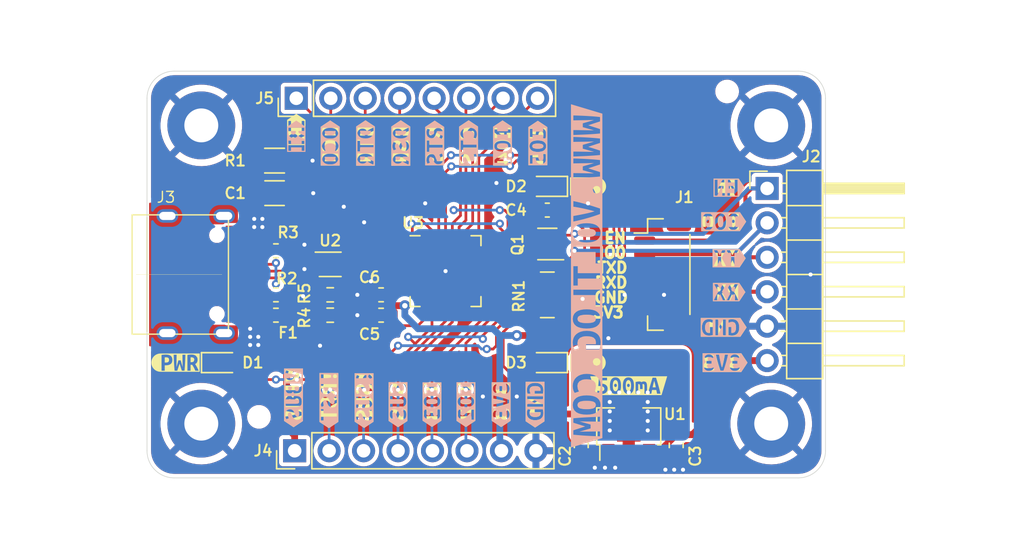
<source format=kicad_pcb>
(kicad_pcb (version 20211014) (generator pcbnew)
  (layers (0 "F.Cu" signal) (31 "B.Cu" signal) (34 "B.Paste" user) (35 "F.Paste" user) (36 "B.SilkS" user "B.Silkscreen") (37 "F.SilkS" user "F.Silkscreen") (38 "B.Mask" user) (39 "F.Mask" user) (44 "Edge.Cuts" user))
  (net 0 "")
  (net 1 "GND")
  (net 2 "Net-(C1-Pad1)")
  (net 3 "/USB_PWR")
  (net 4 "/DP")
  (net 5 "/DM")
  (net 6 "Net-(D1-Pad2)")
  (net 7 "Net-(D3-Pad1)")
  (net 8 "/RXD")
  (net 9 "/TXD")
  (net 10 "/IO0")
  (net 11 "Net-(D2-Pad1)")
  (net 12 "/CC1")
  (net 13 "/CC2")
  (net 15 "/RTS")
  (net 16 "/DTR")
  (net 17 "/GPIO1")
  (net 18 "/GPIO0")
  (net 19 "/DCD")
  (net 20 "/DSR")
  (net 21 "/CTS")
  (net 22 "/SUSPEND")
  (net 23 "/~{SUSPEND}")
  (net 24 "/GPIO2")
  (net 25 "/GPIO3")
  (net 27 "/RI")
  (net 28 "/~{RST}")
  (net 29 "VBUS")
  (net 30 "+3V3")
  (net 31 "EN")
  (net 32 "/GPIO4")
  (net 33 "/GPIO5")
  (net 34 "/GPIO6")
  (net 35 "/CHR0")
  (net 36 "/CHR1")
  (net 37 "/CHREN")
  (net 38 "Net-(R4-Pad2)")
  (net 39 "Net-(U2-Pad4)")
  (net 40 "Net-(U2-Pad6)")
  (footprint "Capacitor_SMD:C_1206_3216Metric" (layer "F.Cu") (at 120.4 80)
    (fp_text reference "C1")
    (fp_text value "4.7nF")
  )
  (footprint "Capacitor_SMD:C_0603_1608Metric" (layer "F.Cu") (at 143 98.6 -90)
    (fp_text reference "C2")
    (fp_text value "1uF")
  )
  (footprint "Capacitor_SMD:C_0603_1608Metric" (layer "F.Cu") (at 128.25 87.5 180)
    (fp_text reference "C6")
    (fp_text value "0.1uF")
  )
  (footprint "Capacitor_SMD:C_0603_1608Metric" (layer "F.Cu") (at 150 98.6 -90)
    (fp_text reference "C3")
    (fp_text value "10uF")
  )
  (footprint "Fuse:Fuse_0603_1608Metric" (layer "F.Cu") (at 120.5 89 180)
    (fp_text reference "F1")
    (fp_text value "0.5A")
  )
  (footprint "Fiducial:Fiducial_0.5mm_Mask1mm" (layer "F.Cu") (at 112 94.25)
    (fp_text reference "FID1" hide)
    (fp_text value "Fiducial")
  )
  (footprint "Fiducial:Fiducial_0.5mm_Mask1mm" (layer "F.Cu") (at 152.9 99.7)
    (fp_text reference "FID2" hide)
    (fp_text value "Fiducial")
  )
  (footprint "Fiducial:Fiducial_0.5mm_Mask1mm" (layer "F.Cu") (at 153.25 77.75)
    (fp_text reference "FID3" hide)
    (fp_text value "Fiducial")
  )
  (footprint "MountingHole:MountingHole_2.5mm_Pad" (layer "F.Cu") (at 115 75)
    (fp_text reference "H1" hide)
    (fp_text value "GND")
  )
  (footprint "MountingHole:MountingHole_2.5mm_Pad" (layer "F.Cu") (at 115 97)
    (fp_text reference "H2" hide)
    (fp_text value "GND")
  )
  (footprint "MountingHole:MountingHole_2.5mm_Pad" (layer "F.Cu") (at 157 97)
    (fp_text reference "H3" hide)
    (fp_text value "GND")
  )
  (footprint "MountingHole:MountingHole_2.5mm_Pad" (layer "F.Cu") (at 157 75)
    (fp_text reference "H4" hide)
    (fp_text value "GND")
  )
  (footprint "Connector_JST:JST_SH_BM06B-SRSS-TB_1x06-1MP_P1.00mm_Vertical" (layer "F.Cu") (at 149 86 -90)
    (fp_text reference "J1")
    (fp_text value "Link")
  )
  (footprint "voltlog:TYPE-C-31-M-12" (layer "F.Cu") (at 112.5 86 -90)
    (fp_text reference "J3")
    (fp_text value "USB_C_Receptacle_USB2.0")
  )
  (footprint "Resistor_SMD:R_0603_1608Metric" (layer "F.Cu") (at 120.5 87.5)
    (fp_text reference "R2")
    (fp_text value "5K1")
  )
  (footprint "Resistor_SMD:R_0603_1608Metric" (layer "F.Cu") (at 120.5 84.25)
    (fp_text reference "R3")
    (fp_text value "5K1")
  )
  (footprint "Voltlog:voltlog_mask_3mm" (layer "F.Cu") (at 148.4 75.6)
    (fp_text reference "V1" hide)
    (fp_text value "VOLTLOG_LOGO" hide)
  )
  (footprint "Resistor_SMD:R_1206_3216Metric" (layer "F.Cu") (at 120.4 77.6)
    (fp_text reference "R1")
    (fp_text value "1M")
  )
  (footprint "LED_SMD:LED_0603_1608Metric" (layer "F.Cu") (at 140.5 79.5 180)
    (fp_text reference "D2")
    (fp_text value "TX")
  )
  (footprint "Connector_PinHeader_2.54mm:PinHeader_1x08_P2.54mm_Vertical" (layer "F.Cu") (at 121.88 99 90)
    (fp_text reference "J4")
    (fp_text value "Conn_01x08")
  )
  (footprint "Connector_PinHeader_2.54mm:PinHeader_1x08_P2.54mm_Vertical" (layer "F.Cu") (at 122 73 90)
    (fp_text reference "J5")
    (fp_text value "Conn_01x08")
  )
  (footprint "Connector_PinHeader_2.54mm:PinHeader_1x06_P2.54mm_Horizontal" (layer "F.Cu") (at 156.7 79.65)
    (fp_text reference "J2")
    (fp_text value "Standard")
  )
  (footprint "Capacitor_SMD:C_0603_1608Metric" (layer "F.Cu") (at 140.5 81.25 180)
    (fp_text reference "C4")
    (fp_text value "1uF")
  )
  (footprint "Resistor_SMD:R_0603_1608Metric" (layer "F.Cu") (at 124.5 89)
    (fp_text reference "R4")
    (fp_text value "22.1K")
  )
  (footprint "Resistor_SMD:R_0603_1608Metric" (layer "F.Cu") (at 124.5 87.5)
    (fp_text reference "R5")
    (fp_text value "47.5K")
  )
  (footprint "Package_DFN_QFN:QFN-28-1EP_5x5mm_P0.5mm_EP3.35x3.35mm" (layer "F.Cu") (at 133 85.75)
    (fp_text reference "U3")
    (fp_text value "CP2102N-A01-GQFN28")
  )
  (footprint "Package_TO_SOT_SMD:SOT-89-3" (layer "F.Cu") (at 146.5 97.5 90)
    (fp_text reference "U1")
    (fp_text value "LR1107")
  )
  (footprint "Capacitor_SMD:C_0603_1608Metric" (layer "F.Cu") (at 128.25 89 180)
    (fp_text reference "C5")
    (fp_text value "10uF")
  )
  (footprint "LED_SMD:LED_0603_1608Metric" (layer "F.Cu") (at 140.5 92.5 180)
    (fp_text reference "D3")
    (fp_text value "RX")
  )
  (footprint "Package_TO_SOT_SMD:SOT-363_SC-70-6" (layer "F.Cu") (at 140.5 83.75 180)
    (fp_text reference "Q1")
    (fp_text value "UMH3N")
  )
  (footprint "Voltlog:JLCPCB_tooling_hole" (layer "F.Cu") (at 119.25 96.5)
    (fp_text reference "REF**" hide)
    (fp_text value "JLCPCB_tooling_hole" hide)
  )
  (footprint "kibuzzard-623579E1" (layer "F.Cu") (at 129.7 76.3 90)
    (fp_text reference "kibuzzard-623579E1" hide)
    (fp_text value "G***" hide)
  )
  (footprint "kibuzzard-62357716" (layer "F.Cu") (at 153.9 87.3)
    (fp_text reference "kibuzzard-62357716" hide)
    (fp_text value "G***" hide)
  )
  (footprint "kibuzzard-623579F4" (layer "F.Cu") (at 134.7 76.3 90)
    (fp_text reference "kibuzzard-623579F4" hide)
    (fp_text value "G***" hide)
  )
  (footprint "kibuzzard-623577CF" (layer "F.Cu") (at 137.1 95.6 90)
    (fp_text reference "kibuzzard-623577CF" hide)
    (fp_text value "G***" hide)
  )
  (footprint "kibuzzard-623575FB" (layer "F.Cu") (at 143.5 92.5)
    (fp_text reference "kibuzzard-623575FB" hide)
    (fp_text value "G***" hide)
  )
  (footprint "kibuzzard-623577BD" (layer "F.Cu") (at 139.6 95.6 90)
    (fp_text reference "kibuzzard-623577BD" hide)
    (fp_text value "G***" hide)
  )
  (footprint "kibuzzard-623576F6" (layer "F.Cu") (at 153.9 79.6)
    (fp_text reference "kibuzzard-623576F6" hide)
    (fp_text value "G***" hide)
  )
  (footprint "kibuzzard-62357705" (layer "F.Cu") (at 153.9 84.8)
    (fp_text reference "kibuzzard-62357705" hide)
    (fp_text value "G***" hide)
  )
  (footprint "kibuzzard-623578BA" (layer "F.Cu") (at 121.8 95.1 90)
    (fp_text reference "kibuzzard-623578BA" hide)
    (fp_text value "G***" hide)
  )
  (footprint "kibuzzard-62357894" (layer "F.Cu") (at 127 95.3 90)
    (fp_text reference "kibuzzard-62357894" hide)
    (fp_text value "G***" hide)
  )
  (footprint "kibuzzard-623579ED" (layer "F.Cu") (at 132.2 76.3 90)
    (fp_text reference "kibuzzard-623579ED" hide)
    (fp_text value "G***" hide)
  )
  (footprint "kibuzzard-623577E9" (layer "F.Cu") (at 132 95.6 90)
    (fp_text reference "kibuzzard-623577E9" hide)
    (fp_text value "G***" hide)
  )
  (footprint "kibuzzard-62357631" (layer "F.Cu") (at 113.1 92.5)
    (fp_text reference "kibuzzard-62357631" hide)
    (fp_text value "G***" hide)
  )
  (footprint "kibuzzard-62357A06" (layer "F.Cu") (at 139.8 76.3 90)
    (fp_text reference "kibuzzard-62357A06" hide)
    (fp_text value "G***" hide)
  )
  (footprint "Resistor_SMD:R_Array_Convex_4x0603" (layer "F.Cu") (at 140.5 87.5)
    (fp_text reference "RN1")
    (fp_text value "1K")
  )
  (footprint "kibuzzard-623576E7" (layer "F.Cu") (at 153.5 82.1)
    (fp_text reference "kibuzzard-623576E7" hide)
    (fp_text value "G***" hide)
  )
  (footprint "kibuzzard-623579FF" (layer "F.Cu") (at 137.2 76.3 90)
    (fp_text reference "kibuzzard-623579FF" hide)
    (fp_text value "G***" hide)
  )
  (footprint "kibuzzard-62357731" (layer "F.Cu") (at 153.6 92.5)
    (fp_text reference "kibuzzard-62357731" hide)
    (fp_text value "G***" hide)
  )
  (footprint "Voltlog:JLCPCB_tooling_hole" (layer "F.Cu") (at 153.75 72.5)
    (fp_text reference "REF**" hide)
    (fp_text value "JLCPCB_tooling_hole" hide)
  )
  (footprint "kibuzzard-623579BD" (layer "F.Cu") (at 122 75.3 90)
    (fp_text reference "kibuzzard-623579BD" hide)
    (fp_text value "G***" hide)
  )
  (footprint "kibuzzard-623577F4" (layer "F.Cu") (at 129.5 95.6 90)
    (fp_text reference "kibuzzard-623577F4" hide)
    (fp_text value "G***" hide)
  )
  (footprint "kibuzzard-623579D6" (layer "F.Cu") (at 127.1 76.3 90)
    (fp_text reference "kibuzzard-623579D6" hide)
    (fp_text value "G***" hide)
  )
  (footprint "kibuzzard-6235760A" (layer "F.Cu") (at 143.5 79.5)
    (fp_text reference "kibuzzard-6235760A" hide)
    (fp_text value "G***" hide)
  )
  (footprint "kibuzzard-623577DC" (layer "F.Cu") (at 134.5 95.6 90)
    (fp_text reference "kibuzzard-623577DC" hide)
    (fp_text value "G***" hide)
  )
  (footprint "LED_SMD:LED_0603_1608Metric" (layer "F.Cu") (at 116.5 92.5)
    (fp_text reference "D1")
    (fp_text value "PWR")
  )
  (footprint "kibuzzard-62357727" (layer "F.Cu") (at 153.5 89.9)
    (fp_text reference "kibuzzard-62357727" hide)
    (fp_text value "G***" hide)
  )
  (footprint "Package_TO_SOT_SMD:SOT-666" (layer "F.Cu") (at 124.5 85.25)
    (fp_text reference "U2")
    (fp_text value "USBLC6-2P6")
  )
  (footprint "kibuzzard-623579CB" (layer "F.Cu") (at 124.5 76.3 90)
    (fp_text reference "kibuzzard-623579CB" hide)
    (fp_text value "G***" hide)
  )
  (footprint "kibuzzard-62357776" (layer "F.Cu") (at 146.5 94.2)
    (fp_text reference "kibuzzard-62357776" hide)
    (fp_text value "G***" hide)
  )
  (footprint "kibuzzard-623578AD" (layer "F.Cu") (at 124.4 95.3 90)
    (fp_text reference "kibuzzard-623578AD" hide)
    (fp_text value "G***" hide)
  )
  (footprint "kibuzzard-62357C18" (layer "B.Cu") (at 122 75.8 -90)
    (fp_text reference "kibuzzard-62357C18" hide)
    (fp_text value "G***" hide)
  )
  (footprint "kibuzzard-62357B23" (layer "B.Cu") (at 153.6 92.5 180)
    (fp_text reference "kibuzzard-62357B23" hide)
    (fp_text value "G***" hide)
  )
  (footprint "kibuzzard-62357BFE" (layer "B.Cu") (at 129.7 76.3 -90)
    (fp_text reference "kibuzzard-62357BFE" hide)
    (fp_text value "G***" hide)
  )
  (footprint "kibuzzard-62357B18" (layer "B.Cu") (at 153.5 89.9 180)
    (fp_text reference "kibuzzard-62357B18" hide)
    (fp_text value "G***" hide)
  )
  (footprint "kibuzzard-62357BED" (layer "B.Cu") (at 137.2 76.3 -90)
    (fp_text reference "kibuzzard-62357BED" hide)
    (fp_text value "G***" hide)
  )
  (footprint "kibuzzard-62357B9D" (layer "B.Cu") (at 127 95.3 -90)
    (fp_text reference "kibuzzard-62357B9D" hide)
    (fp_text value "G***" hide)
  )
  (footprint "kibuzzard-62357A41" (layer "B.Cu") (at 143.4 86.1 -90)
    (fp_text reference "kibuzzard-62357A41" hide)
    (fp_text value "G***" hide)
  )
  (footprint "kibuzzard-62357BF8" (layer "B.Cu") (at 132.2 76.3 -90)
    (fp_text reference "kibuzzard-62357BF8" hide)
    (fp_text value "G***" hide)
  )
  (footprint "kibuzzard-62357B96" (layer "B.Cu") (at 129.5 95.6 -90)
    (fp_text reference "kibuzzard-62357B96" hide)
    (fp_text value "G***" hide)
  )
  (footprint "kibuzzard-62357C11" (layer "B.Cu") (at 124.5 76.3 -90)
    (fp_text reference "kibuzzard-62357C11" hide)
    (fp_text value "G***" hide)
  )
  (footprint "kibuzzard-62357B61" (layer "B.Cu") (at 139.6 95.6 -90)
    (fp_text reference "kibuzzard-62357B61" hide)
    (fp_text value "G***" hide)
  )
  (footprint "kibuzzard-62357B09" (layer "B.Cu") (at 153.9 87.3 180)
    (fp_text reference "kibuzzard-62357B09" hide)
    (fp_text value "G***" hide)
  )
  (footprint "kibuzzard-62357C0A" (layer "B.Cu") (at 127.1 76.3 -90)
    (fp_text reference "kibuzzard-62357C0A" hide)
    (fp_text value "G***" hide)
  )
  (footprint "kibuzzard-62357B8F" (layer "B.Cu") (at 132 95.6 -90)
    (fp_text reference "kibuzzard-62357B8F" hide)
    (fp_text value "G***" hide)
  )
  (footprint "kibuzzard-62357AF5" (layer "B.Cu") (at 153.9 84.8 180)
    (fp_text reference "kibuzzard-62357AF5" hide)
    (fp_text value "G***" hide)
  )
  (footprint "kibuzzard-62357AC8" (layer "B.Cu") (at 153.5 82.1 180)
    (fp_text reference "kibuzzard-62357AC8" hide)
    (fp_text value "G***" hide)
  )
  (footprint "kibuzzard-62357BF2" (layer "B.Cu") (at 134.7 76.3 -90)
    (fp_text reference "kibuzzard-62357BF2" hide)
    (fp_text value "G***" hide)
  )
  (footprint "kibuzzard-62357BA3" (layer "B.Cu") (at 124.4 95.3 -90)
    (fp_text reference "kibuzzard-62357BA3" hide)
    (fp_text value "G***" hide)
  )
  (footprint "kibuzzard-62357A8A" (layer "B.Cu") (at 153.9 79.6 180)
    (fp_text reference "kibuzzard-62357A8A" hide)
    (fp_text value "G***" hide)
  )
  (footprint "kibuzzard-62357BA9" (layer "B.Cu") (at 121.8 95.1 -90)
    (fp_text reference "kibuzzard-62357BA9" hide)
    (fp_text value "G***" hide)
  )
  (footprint "kibuzzard-62357B85" (layer "B.Cu") (at 134.5 95.6 -90)
    (fp_text reference "kibuzzard-62357B85" hide)
    (fp_text value "G***" hide)
  )
  (footprint "kibuzzard-62357B6B" (layer "B.Cu") (at 137.1 95.6 -90)
    (fp_text reference "kibuzzard-62357B6B" hide)
    (fp_text value "G***" hide)
  )
  (footprint "kibuzzard-62357BE4" (layer "B.Cu") (at 139.8 76.3 -90)
    (fp_text reference "kibuzzard-62357BE4" hide)
    (fp_text value "G***" hide)
  )
  (gr_line (start 111 73) (end 111 86) (layer "Edge.Cuts") (width 0.05))
  (gr_arc (start 111 73) (mid 111.585786 71.585786) (end 113 71) (layer "Edge.Cuts") (width 0.05))
  (gr_arc (start 159 71) (mid 160.414214 71.585786) (end 161 73) (layer "Edge.Cuts") (width 0.05))
  (gr_arc (start 161 99) (mid 160.414214 100.414214) (end 159 101) (layer "Edge.Cuts") (width 0.05))
  (gr_line (start 161 99) (end 161 73) (layer "Edge.Cuts") (width 0.05))
  (gr_line (start 113 101) (end 159 101) (layer "Edge.Cuts") (width 0.05))
  (gr_line (start 159 71) (end 113 71) (layer "Edge.Cuts") (width 0.05))
  (gr_arc (start 113 101) (mid 111.585786 100.414214) (end 111 99) (layer "Edge.Cuts") (width 0.05))
  (gr_line (start 111 86) (end 111 99) (layer "Edge.Cuts") (width 0.05))
  (gr_text "IO0" (at 145.3 84.4) (layer "F.SilkS") (effects (font (size 0.8 0.8) (thickness 0.2))))
  (gr_text "TXD" (at 145.3 85.5) (layer "F.SilkS") (effects (font (size 0.8 0.8) (thickness 0.2))))
  (gr_text "RXD" (at 145.2 86.6) (layer "F.SilkS") (effects (font (size 0.8 0.8) (thickness 0.2))))
  (gr_text "GND" (at 145.2 87.7) (layer "F.SilkS") (effects (font (size 0.8 0.8) (thickness 0.2))))
  (gr_text "3V3" (at 145 88.8) (layer "F.SilkS") (effects (font (size 0.8 0.8) (thickness 0.2))))
  (gr_text "EN" (at 145.5 83.3) (layer "F.SilkS") (effects (font (size 0.8 0.8) (thickness 0.2))))
  (segment (start 132.5 85.25) (end 133 85.75) (width 0.2) (layer "F.Cu") (net 1))
  (segment (start 130.55 85.25) (end 132.5 85.25) (width 0.2) (layer "F.Cu") (net 1))
  (segment (start 123.575 85.25) (end 122.95 85.25) (width 0.3) (layer "F.Cu") (net 1))
  (segment (start 127.4625 87.5) (end 126.499992 87.5) (width 0.3) (layer "F.Cu") (net 1))
  (segment (start 122.2 87.5) (end 122.3 87.6) (width 0.3) (layer "F.Cu") (net 1))
  (segment (start 127.4625 89) (end 126.5 89) (width 0.3) (layer "F.Cu") (net 1))
  (segment (start 122.95 85.25) (end 122.6 85.6) (width 0.3) (layer "F.Cu") (net 1))
  (segment (start 121.2875 87.5) (end 122.2 87.5) (width 0.3) (layer "F.Cu") (net 1))
  (via (at 133 85.75) (size 0.6) (drill 0.3) (layers "F.Cu" "B.Cu") (net 1))
  (via (at 127.5 86.5) (size 0.6) (drill 0.3) (layers "F.Cu" "B.Cu") (net 1))
  (via (at 125.5 81) (size 0.6) (drill 0.3) (layers "F.Cu" "B.Cu") (net 1))
  (via (at 123.75 91.25) (size 0.6) (drill 0.3) (layers "F.Cu" "B.Cu") (net 1))
  (via (at 119.2 90.6) (size 0.6) (drill 0.3) (layers "F.Cu" "B.Cu") (net 1))
  (via (at 127 82.15) (size 0.6) (drill 0.3) (layers "F.Cu" "B.Cu") (net 1))
  (via (at 118.6 90.6) (size 0.6) (drill 0.3) (layers "F.Cu" "B.Cu") (net 1))
  (via (at 122.5 87.6) (size 0.6) (drill 0.3) (layers "F.Cu" "B.Cu") (net 1))
  (via (at 135.75 95) (size 0.6) (drill 0.3) (layers "F.Cu" "B.Cu") (net 1))
  (via (at 118.9 82.5) (size 0.6) (drill 0.3) (layers "F.Cu" "B.Cu") (net 1))
  (via (at 122.6 85.6) (size 0.6) (drill 0.3) (layers "F.Cu" "B.Cu") (net 1))
  (via (at 136.75 79.25) (size 0.6) (drill 0.3) (layers "F.Cu" "B.Cu") (net 1))
  (via (at 146.2 87.5) (size 0.6) (drill 0.3) (layers "F.Cu" "B.Cu") (net 1))
  (via (at 144.75 100.25) (size 0.6) (drill 0.3) (layers "F.Cu" "B.Cu") (net 1))
  (via (at 119.5 82.5) (size 0.6) (drill 0.3) (layers "F.Cu" "B.Cu") (net 1))
  (via (at 143.5 80.75) (size 0.6) (drill 0.3) (layers "F.Cu" "B.Cu") (net 1))
  (via (at 149.2 100.4) (size 0.6) (drill 0.3) (layers "F.Cu" "B.Cu") (net 1))
  (via (at 118.6 90) (size 0.6) (drill 0.3) (layers "F.Cu" "B.Cu") (net 1))
  (via (at 143.1 87.8) (size 0.6) (drill 0.3) (layers "F.Cu" "B.Cu") (net 1))
  (via (at 144 100.25) (size 0.6) (drill 0.3) (layers "F.Cu" "B.Cu") (net 1))
  (via (at 119.5 81.9) (size 0.6) (drill 0.3) (layers "F.Cu" "B.Cu") (net 1))
  (via (at 122.6 83.8) (size 0.6) (drill 0.3) (layers "F.Cu" "B.Cu") (net 1))
  (via (at 118.6 91.2) (size 0.6) (drill 0.3) (layers "F.Cu" "B.Cu") (net 1))
  (via (at 126.499992 87.5) (size 0.6) (drill 0.3) (layers "F.Cu" "B.Cu") (net 1))
  (via (at 159.9 86) (size 0.6) (drill 0.3) (layers "F.Cu" "B.Cu") (net 1))
  (via (at 150.5 100.4) (size 0.6) (drill 0.3) (layers "F.Cu" "B.Cu") (net 1))
  (via (at 123.2 77.6) (size 0.6) (drill 0.3) (layers "F.Cu" "B.Cu") (net 1))
  (via (at 145 90.7) (size 0.6) (drill 0.3) (layers "F.Cu" "B.Cu") (net 1))
  (via (at 149.85 100.4) (size 0.6) (drill 0.3) (layers "F.Cu" "B.Cu") (net 1))
  (via (at 149.1 87.5) (size 0.6) (drill 0.3) (layers "F.Cu" "B.Cu") (net 1))
  (via (at 123.25 80) (size 0.6) (drill 0.3) (layers "F.Cu" "B.Cu") (net 1))
  (via (at 119.2 91.2) (size 0.6) (drill 0.3) (layers "F.Cu" "B.Cu") (net 1))
  (via (at 145.5 100.25) (size 0.6) (drill 0.3) (layers "F.Cu" "B.Cu") (net 1))
  (via (at 126.5 89) (size 0.6) (drill 0.3) (layers "F.Cu" "B.Cu") (net 1))
  (via (at 131.5 80.75) (size 0.6) (drill 0.3) (layers "F.Cu" "B.Cu") (net 1))
  (via (at 138.25 95) (size 0.6) (drill 0.3) (layers "F.Cu" "B.Cu") (net 1))
  (via (at 118.9 81.9) (size 0.6) (drill 0.3) (layers "F.Cu" "B.Cu") (net 1))
  (segment (start 118.815 80.11) (end 118.925 80) (width 0.5) (layer "F.Cu") (net 2))
  (segment (start 118.925 77.6125) (end 118.9375 77.6) (width 0.5) (layer "F.Cu") (net 2))
  (segment (start 116.68 81.68) (end 118.25 80.11) (width 0.5) (layer "F.Cu") (net 2))
  (segment (start 118.25 80.11) (end 118.815 80.11) (width 0.5) (layer "F.Cu") (net 2))
  (segment (start 118.925 80) (end 118.925 77.6125) (width 0.5) (layer "F.Cu") (net 2))
  (segment (start 124.5 84.949022) (end 124.800978 85.25) (width 0.25) (layer "F.Cu") (net 3))
  (segment (start 124.800978 85.25) (end 125.425 85.25) (width 0.25) (layer "F.Cu") (net 3))
  (segment (start 124.5 83.8) (end 124.5 84.949022) (width 0.25) (layer "F.Cu") (net 3))
  (segment (start 117.6 83.4) (end 121.6 83.4) (width 0.25) (layer "F.Cu") (net 3))
  (segment (start 121.6 83.4) (end 122.1 82.9) (width 0.25) (layer "F.Cu") (net 3))
  (segment (start 122.1 82.9) (end 123.6 82.9) (width 0.25) (layer "F.Cu") (net 3))
  (segment (start 123.6 82.9) (end 124.5 83.8) (width 0.25) (layer "F.Cu") (net 3))
  (segment (start 116.675 86.75) (end 116.5 86.575) (width 0.2) (layer "F.Cu") (net 4))
  (segment (start 121.55 85.75) (end 122.5875 84.7125) (width 0.2) (layer "F.Cu") (net 4))
  (segment (start 116.5 85.925) (end 116.675 85.75) (width 0.2) (layer "F.Cu") (net 4))
  (segment (start 116.675 85.75) (end 117.6 85.75) (width 0.2) (layer "F.Cu") (net 4))
  (segment (start 117.6 86.75) (end 116.675 86.75) (width 0.2) (layer "F.Cu") (net 4))
  (segment (start 117.6 85.75) (end 121.55 85.75) (width 0.2) (layer "F.Cu") (net 4))
  (segment (start 122.5875 84.7125) (end 123.65 84.7125) (width 0.2) (layer "F.Cu") (net 4))
  (segment (start 116.5 86.575) (end 116.5 85.925) (width 0.2) (layer "F.Cu") (net 4))
  (segment (start 122.85 86.25) (end 123.3125 85.7875) (width 0.2) (layer "F.Cu") (net 5))
  (segment (start 120.5 86.7) (end 120.5 86.3) (width 0.2) (layer "F.Cu") (net 5))
  (segment (start 120.55 86.25) (end 122.85 86.25) (width 0.2) (layer "F.Cu") (net 5))
  (segment (start 120.5 86.3) (end 120.55 86.25) (width 0.2) (layer "F.Cu") (net 5))
  (segment (start 117.6 85.25) (end 120.4005 85.25) (width 0.2) (layer "F.Cu") (net 5))
  (segment (start 117.6 86.25) (end 120.55 86.25) (width 0.2) (layer "F.Cu") (net 5))
  (segment (start 120.4005 85.25) (end 120.5 85.1505) (width 0.2) (layer "F.Cu") (net 5))
  (segment (start 123.3125 85.7875) (end 123.65 85.7875) (width 0.2) (layer "F.Cu") (net 5))
  (via (at 120.5 86.7) (size 0.6) (drill 0.3) (layers "F.Cu" "B.Cu") (net 5))
  (via (at 120.5 85.1505) (size 0.6) (drill 0.3) (layers "F.Cu" "B.Cu") (net 5))
  (segment (start 120.5 85.1505) (end 120.5 86.7) (width 0.2) (layer "B.Cu") (net 5))
  (segment (start 118.5 92.5) (end 117.2875 92.5) (width 0.2) (layer "F.Cu") (net 6))
  (segment (start 124.684994 93.75) (end 122.037 93.75) (width 0.2) (layer "F.Cu") (net 6))
  (segment (start 136.503589 91.496411) (end 136.036487 91.496411) (width 0.2) (layer "F.Cu") (net 6))
  (segment (start 139.6 88.7) (end 138.115006 88.7) (width 0.2) (layer "F.Cu") (net 6))
  (segment (start 120.5 93.75) (end 119.75 93.75) (width 0.2) (layer "F.Cu") (net 6))
  (segment (start 124.717497 93.717497) (end 124.684994 93.75) (width 0.2) (layer "F.Cu") (net 6))
  (segment (start 138.115006 88.7) (end 136.75 90.065006) (width 0.2) (layer "F.Cu") (net 6))
  (segment (start 128.25 91.85048) (end 126.584514 91.85048) (width 0.2) (layer "F.Cu") (net 6))
  (segment (start 119.75 93.75) (end 118.5 92.5) (width 0.2) (layer "F.Cu") (net 6))
  (segment (start 128.89952 91.85048) (end 128.25 91.85048) (width 0.2) (layer "F.Cu") (net 6))
  (segment (start 136.75 90.065006) (end 136.75 91.25) (width 0.2) (layer "F.Cu") (net 6))
  (segment (start 126.584514 91.85048) (end 124.717497 93.717497) (width 0.2) (layer "F.Cu") (net 6))
  (segment (start 136.75 91.25) (end 136.503589 91.496411) (width 0.2) (layer "F.Cu") (net 6))
  (segment (start 129.5 91.25) (end 128.89952 91.85048) (width 0.2) (layer "F.Cu") (net 6))
  (via (at 122.037 93.75) (size 0.6) (drill 0.3) (layers "F.Cu" "B.Cu") (net 6))
  (via (at 136.036487 91.496411) (size 0.6) (drill 0.3) (layers "F.Cu" "B.Cu") (net 6))
  (via (at 129.5 91.25) (size 0.6) (drill 0.3) (layers "F.Cu" "B.Cu") (net 6))
  (via (at 120.5 93.75) (size 0.6) (drill 0.3) (layers "F.Cu" "B.Cu") (net 6))
  (segment (start 136.036487 91.496411) (end 135.648573 91.496411) (width 0.2) (layer "B.Cu") (net 6))
  (segment (start 122.037 93.75) (end 120.5 93.75) (width 0.2) (layer "B.Cu") (net 6))
  (segment (start 135.402162 91.25) (end 129.5 91.25) (width 0.2) (layer "B.Cu") (net 6))
  (segment (start 135.648573 91.496411) (end 135.402162 91.25) (width 0.2) (layer "B.Cu") (net 6))
  (segment (start 137.25 90.25) (end 137.25 92.75) (width 0.2) (layer "F.Cu") (net 7))
  (segment (start 138 89.5) (end 137.25 90.25) (width 0.2) (layer "F.Cu") (net 7))
  (segment (start 140.8 87.1) (end 140.5 87.4) (width 0.2) (layer "F.Cu") (net 7))
  (segment (start 140 89.5) (end 138 89.5) (width 0.2) (layer "F.Cu") (net 7))
  (segment (start 140.5 87.4) (end 140.5 89) (width 0.2) (layer "F.Cu") (net 7))
  (segment (start 137.25 92.75) (end 138 93.5) (width 0.2) (layer "F.Cu") (net 7))
  (segment (start 140.5 89) (end 140 89.5) (width 0.2) (layer "F.Cu") (net 7))
  (segment (start 140.2875 93.5) (end 141.2875 92.5) (width 0.2) (layer "F.Cu") (net 7))
  (segment (start 138 93.5) (end 140.2875 93.5) (width 0.2) (layer "F.Cu") (net 7))
  (segment (start 141.4 87.1) (end 140.8 87.1) (width 0.2) (layer "F.Cu") (net 7))
  (segment (start 137.841143 78) (end 137.75 78) (width 0.2) (layer "F.Cu") (net 8))
  (segment (start 138.241143 77.6) (end 137.841143 78) (width 0.2) (layer "F.Cu") (net 8))
  (segment (start 147.775 86.4) (end 154.5 86.4) (width 0.3) (layer "F.Cu") (net 8))
  (segment (start 156.15 87.25) (end 157 87.25) (width 0.3) (layer "F.Cu") (net 8))
  (segment (start 155.37 87.27) (end 156.7 87.27) (width 0.3) (layer "F.Cu") (net 8))
  (segment (start 133.424265 78.024265) (end 133 78.44853) (width 0.2) (layer "F.Cu") (net 8))
  (segment (start 146.9 86.5) (end 145.8 85.4) (width 0.2) (layer "F.Cu") (net 8))
  (segment (start 154.5 86.4) (end 155.37 87.27) (width 0.3) (layer "F.Cu") (net 8))
  (segment (start 147.675 86.5) (end 146.9 86.5) (width 0.2) (layer "F.Cu") (net 8))
  (segment (start 144.234302 77.6) (end 138.241143 77.6) (width 0.2) (layer "F.Cu") (net 8))
  (segment (start 147.675 86.5) (end 147.775 86.4) (width 0.3) (layer "F.Cu") (net 8))
  (segment (start 145.8 79.165698) (end 144.234302 77.6) (width 0.2) (layer "F.Cu") (net 8))
  (segment (start 133 78.44853) (end 133 83.3) (width 0.2) (layer "F.Cu") (net 8))
  (segment (start 145.8 85.4) (end 145.8 79.165698) (width 0.2) (layer "F.Cu") (net 8))
  (via (at 133.424265 78.024265) (size 0.6) (drill 0.3) (layers "F.Cu" "B.Cu") (net 8))
  (via (at 137.75 78) (size 0.6) (drill 0.3) (layers "F.Cu" "B.Cu") (net 8))
  (segment (start 137.725735 78.024265) (end 137.75 78) (width 0.2) (layer "B.Cu") (net 8))
  (segment (start 133.424265 78.024265) (end 137.725735 78.024265) (width 0.2) (layer "B.Cu") (net 8))
  (segment (start 156.39 84.71) (end 157 84.71) (width 0.3) (layer "F.Cu") (net 9))
  (segment (start 146.2 79) (end 144.399994 77.199994) (width 0.2) (layer "F.Cu") (net 9))
  (segment (start 144.399994 77.199994) (end 137.753147 77.199994) (width 0.2) (layer "F.Cu") (net 9))
  (segment (start 155.37 84.73) (end 156.7 84.73) (width 0.3) (layer "F.Cu") (net 9))
  (segment (start 147.675 85.5) (end 147.775 85.6) (width 0.3) (layer "F.Cu") (net 9))
  (segment (start 154.5 85.6) (end 155.37 84.73) (width 0.3) (layer "F.Cu") (net 9))
  (segment (start 146.2 85.2) (end 146.2 79) (width 0.2) (layer "F.Cu") (net 9))
  (segment (start 147.675 85.5) (end 146.5 85.5) (width 0.2) (layer "F.Cu") (net 9))
  (segment (start 132.5 78.1) (end 132.5 83.3) (width 0.2) (layer "F.Cu") (net 9))
  (segment (start 146.5 85.5) (end 146.2 85.2) (width 0.2) (layer "F.Cu") (net 9))
  (segment (start 147.775 85.6) (end 154.5 85.6) (width 0.3) (layer "F.Cu") (net 9))
  (segment (start 133.4 77.2) (end 132.5 78.1) (width 0.2) (layer "F.Cu") (net 9))
  (via (at 133.4 77.2) (size 0.6) (drill 0.3) (layers "F.Cu" "B.Cu") (net 9))
  (via (at 137.753147 77.199994) (size 0.6) (drill 0.3) (layers "F.Cu" "B.Cu") (net 9))
  (segment (start 133.4 77.2) (end 137.753141 77.2) (width 0.2) (layer "B.Cu") (net 9))
  (segment (start 137.753141 77.2) (end 137.753147 77.199994) (width 0.2) (layer "B.Cu") (net 9))
  (segment (start 140.5 85) (end 142 85) (width 0.2) (layer "F.Cu") (net 10))
  (segment (start 154.39 84.5) (end 156.7 82.19) (width 0.3) (layer "F.Cu") (net 10))
  (segment (start 139.55 84.4) (end 139.9 84.4) (width 0.2) (layer "F.Cu") (net 10))
  (segment (start 147.675 84.5) (end 154.39 84.5) (width 0.3) (layer "F.Cu") (net 10))
  (segment (start 139.9 84.4) (end 140.5 85) (width 0.2) (layer "F.Cu") (net 10))
  (segment (start 142 85) (end 142.5 84.5) (width 0.2) (layer "F.Cu") (net 10))
  (segment (start 142.5 84.5) (end 142.5 84.25) (width 0.2) (layer "F.Cu") (net 10))
  (via (at 142.5 84.25) (size 0.6) (drill 0.3) (layers "F.Cu" "B.Cu") (net 10))
  (segment (start 146.75 84.25) (end 142.5 84.25) (width 0.3) (layer "B.Cu") (net 10))
  (segment (start 146.75 84.25) (end 154.64 84.25) (width 0.3) (layer "B.Cu") (net 10))
  (segment (start 154.64 84.25) (end 156.7 82.19) (width 0.3) (layer "B.Cu") (net 10))
  (segment (start 142.25 80) (end 142.25 81.75) (width 0.2) (layer "F.Cu") (net 11))
  (segment (start 143.25 82.75) (end 143.25 85.25) (width 0.2) (layer "F.Cu") (net 11))
  (segment (start 141.75 79.5) (end 142.25 80) (width 0.2) (layer "F.Cu") (net 11))
  (segment (start 142.2 86.3) (end 141.4 86.3) (width 0.2) (layer "F.Cu") (net 11))
  (segment (start 141.2875 79.5) (end 141.75 79.5) (width 0.2) (layer "F.Cu") (net 11))
  (segment (start 143.25 85.25) (end 142.2 86.3) (width 0.2) (layer "F.Cu") (net 11))
  (segment (start 142.25 81.75) (end 143.25 82.75) (width 0.2) (layer "F.Cu") (net 11))
  (segment (start 118.525 84.75) (end 117.6 84.75) (width 0.2) (layer "F.Cu") (net 12))
  (segment (start 119.7125 84.25) (end 119.275 84.25) (width 0.2) (layer "F.Cu") (net 12))
  (segment (start 119.275 84.25) (end 118.775 84.75) (width 0.2) (layer "F.Cu") (net 12))
  (segment (start 118.775 84.75) (end 118.525 84.75) (width 0.2) (layer "F.Cu") (net 12))
  (segment (start 119.4625 87.75) (end 119.7125 87.5) (width 0.2) (layer "F.Cu") (net 13))
  (segment (start 117.6 87.75) (end 119.4625 87.75) (width 0.2) (layer "F.Cu") (net 13))
  (segment (start 133.6 81.25) (end 134 81.25) (width 0.2) (layer "F.Cu") (net 15))
  (segment (start 137.35 81.25) (end 137.6 81.5) (width 0.2) (layer "F.Cu") (net 15))
  (segment (start 134.100001 75.600001) (end 132.16 73.66) (width 0.2) (layer "F.Cu") (net 15))
  (segment (start 140.674022 83.75) (end 141.45 83.75) (width 0.2) (layer "F.Cu") (net 15))
  (segment (start 138.1 83.1) (end 139.55 83.1) (width 0.2) (layer "F.Cu") (net 15))
  (segment (start 134.100001 81.149999) (end 134.100001 75.600001) (width 0.2) (layer "F.Cu") (net 15))
  (segment (start 133.5 83.3) (end 133.5 82.25) (width 0.2) (layer "F.Cu") (net 15))
  (segment (start 140.024022 83.1) (end 140.674022 83.75) (width 0.2) (layer "F.Cu") (net 15))
  (segment (start 134 81.25) (end 134.100001 81.149999) (width 0.2) (layer "F.Cu") (net 15))
  (segment (start 139.55 83.1) (end 140.024022 83.1) (width 0.2) (layer "F.Cu") (net 15))
  (segment (start 137 81.25) (end 137.35 81.25) (width 0.2) (layer "F.Cu") (net 15))
  (segment (start 137.6 81.5) (end 137.6 82.6) (width 0.2) (layer "F.Cu") (net 15))
  (segment (start 133.5 82.25) (end 134.100001 81.649999) (width 0.2) (layer "F.Cu") (net 15))
  (segment (start 134.100001 81.649999) (end 134.100001 81.149999) (width 0.2) (layer "F.Cu") (net 15))
  (segment (start 137.6 82.6) (end 138.1 83.1) (width 0.2) (layer "F.Cu") (net 15))
  (segment (start 132.16 73.66) (end 132.16 73) (width 0.2) (layer "F.Cu") (net 15))
  (via (at 133.6 81.25) (size 0.6) (drill 0.3) (layers "F.Cu" "B.Cu") (net 15))
  (via (at 137 81.25) (size 0.6) (drill 0.3) (layers "F.Cu" "B.Cu") (net 15))
  (segment (start 137 81.25) (end 133.6 81.25) (width 0.2) (layer "B.Cu") (net 15))
  (segment (start 129.900008 82.900008) (end 130.3 83.3) (width 0.2) (layer "F.Cu") (net 16))
  (segment (start 130.55 83.3) (end 131.5 83.3) (width 0.2) (layer "F.Cu") (net 16))
  (segment (start 137 82.565006) (end 138.184994 83.75) (width 0.2) (layer "F.Cu") (net 16))
  (segment (start 130.3 83.3) (end 130.55 83.3) (width 0.2) (layer "F.Cu") (net 16))
  (segment (start 139.55 83.75) (end 140.109016 83.75) (width 0.2) (layer "F.Cu") (net 16))
  (segment (start 140.109016 83.75) (end 140.759016 84.4) (width 0.2) (layer "F.Cu") (net 16))
  (segment (start 138.184994 83.75) (end 139.55 83.75) (width 0.2) (layer "F.Cu") (net 16))
  (segment (start 127.08 73) (end 127.08 76.764302) (width 0.2) (layer "F.Cu") (net 16))
  (segment (start 129.900008 79.58431) (end 129.900008 82.900008) (width 0.2) (layer "F.Cu") (net 16))
  (segment (start 127.08 76.764302) (end 129.900008 79.58431) (width 0.2) (layer "F.Cu") (net 16))
  (segment (start 137 82.25) (end 137 82.565006) (width 0.2) (layer "F.Cu") (net 16))
  (segment (start 130.55 83.3) (end 130.55 82.3) (width 0.2) (layer "F.Cu") (net 16))
  (segment (start 130.55 82.3) (end 130.5 82.25) (width 0.2) (layer "F.Cu") (net 16))
  (segment (start 140.759016 84.4) (end 141.45 84.4) (width 0.2) (layer "F.Cu") (net 16))
  (via (at 130.5 82.25) (size 0.6) (drill 0.3) (layers "F.Cu" "B.Cu") (net 16))
  (via (at 137 82.25) (size 0.6) (drill 0.3) (layers "F.Cu" "B.Cu") (net 16))
  (segment (start 130.5 82.25) (end 137 82.25) (width 0.2) (layer "B.Cu") (net 16))
  (segment (start 136.25 85.75) (end 135.45 85.75) (width 0.2) (layer "F.Cu") (net 17))
  (segment (start 137.6 87.1) (end 136.25 85.75) (width 0.2) (layer "F.Cu") (net 17))
  (segment (start 139.6 87.1) (end 137.6 87.1) (width 0.2) (layer "F.Cu") (net 17))
  (segment (start 137.365006 86.3) (end 139.6 86.3) (width 0.2) (layer "F.Cu") (net 18))
  (segment (start 136.315006 85.25) (end 137.365006 86.3) (width 0.2) (layer "F.Cu") (net 18))
  (segment (start 135.45 85.25) (end 136.315006 85.25) (width 0.2) (layer "F.Cu") (net 18))
  (segment (start 129.815698 84.25) (end 129.5 83.934302) (width 0.2) (layer "F.Cu") (net 19))
  (segment (start 129.5 83.934302) (end 129.5 79.75) (width 0.2) (layer "F.Cu") (net 19))
  (segment (start 130.55 84.25) (end 129.815698 84.25) (width 0.2) (layer "F.Cu") (net 19))
  (segment (start 124.54 74.79) (end 124.54 73) (width 0.2) (layer "F.Cu") (net 19))
  (segment (start 129.5 79.75) (end 124.54 74.79) (width 0.2) (layer "F.Cu") (net 19))
  (segment (start 130.300018 79.418621) (end 130.300018 81.050018) (width 0.2) (layer "F.Cu") (net 20))
  (segment (start 132 82.75) (end 132 83.3) (width 0.2) (layer "F.Cu") (net 20))
  (segment (start 129.62 73) (end 129.62 78.738604) (width 0.2) (layer "F.Cu") (net 20))
  (segment (start 129.62 78.738604) (end 130.300018 79.418621) (width 0.2) (layer "F.Cu") (net 20))
  (segment (start 130.300018 81.050018) (end 132 82.75) (width 0.2) (layer "F.Cu") (net 20))
  (segment (start 134 83.3) (end 134 82.5) (width 0.2) (layer "F.Cu") (net 21))
  (segment (start 134 82.5) (end 134.500011 81.999989) (width 0.2) (layer "F.Cu") (net 21))
  (segment (start 134.500011 81.999989) (end 134.500011 73.199989) (width 0.2) (layer "F.Cu") (net 21))
  (segment (start 134.500011 73.199989) (end 134.7 73) (width 0.2) (layer "F.Cu") (net 21))
  (segment (start 129.5 93.5) (end 129.5 94.5) (width 0.2) (layer "F.Cu") (net 22))
  (segment (start 133.5 88.2) (end 133.5 89.5) (width 0.2) (layer "F.Cu") (net 22))
  (segment (start 133.5 89.5) (end 129.5 93.5) (width 0.2) (layer "F.Cu") (net 22))
  (via (at 129.5 94.5) (size 0.6) (drill 0.3) (layers "F.Cu" "B.Cu") (net 22))
  (segment (start 129.5 94.5) (end 129.5 99) (width 0.2) (layer "B.Cu") (net 22))
  (segment (start 127.9343 94.5) (end 127 94.5) (width 0.2) (layer "F.Cu") (net 23))
  (segment (start 133 89.4343) (end 127.9343 94.5) (width 0.2) (layer "F.Cu") (net 23))
  (segment (start 133 88.2) (end 133 89.4343) (width 0.2) (layer "F.Cu") (net 23))
  (via (at 127 94.5) (size 0.6) (drill 0.3) (layers "F.Cu" "B.Cu") (net 23))
  (segment (start 126.96 94.54) (end 127 94.5) (width 0.2) (layer "B.Cu") (net 23))
  (segment (start 126.96 99) (end 126.96 94.54) (width 0.2) (layer "B.Cu") (net 23))
  (segment (start 134.5 91.0657) (end 134.5 94.5) (width 0.2) (layer "F.Cu") (net 24))
  (segment (start 136.550021 89.015679) (end 134.5 91.0657) (width 0.2) (layer "F.Cu") (net 24))
  (segment (start 135.45 86.25) (end 136.065699 86.25) (width 0.2) (layer "F.Cu") (net 24))
  (segment (start 136.550021 86.734321) (end 136.550021 89.015679) (width 0.2) (layer "F.Cu") (net 24))
  (segment (start 136.065699 86.25) (end 136.550021 86.734321) (width 0.2) (layer "F.Cu") (net 24))
  (via (at 134.5 94.5) (size 0.6) (drill 0.3) (layers "F.Cu" "B.Cu") (net 24))
  (segment (start 134.5 94.5) (end 134.5 98.92) (width 0.2) (layer "B.Cu") (net 24))
  (segment (start 134.5 98.92) (end 134.58 99) (width 0.2) (layer "B.Cu") (net 24))
  (segment (start 136.15001 88.84999) (end 132 93) (width 0.2) (layer "F.Cu") (net 25))
  (segment (start 136.15001 86.90001) (end 136.15001 88.84999) (width 0.2) (layer "F.Cu") (net 25))
  (segment (start 135.45 86.75) (end 136 86.75) (width 0.2) (layer "F.Cu") (net 25))
  (segment (start 136 86.75) (end 136.15001 86.90001) (width 0.2) (layer "F.Cu") (net 25))
  (segment (start 132 93) (end 132 94.5) (width 0.2) (layer "F.Cu") (net 25))
  (via (at 132 94.5) (size 0.6) (drill 0.3) (layers "F.Cu" "B.Cu") (net 25))
  (segment (start 132 94.5) (end 132 98.96) (width 0.2) (layer "B.Cu") (net 25))
  (segment (start 132 98.96) (end 132.04 99) (width 0.2) (layer "B.Cu") (net 25))
  (segment (start 129 84) (end 129 80) (width 0.2) (layer "F.Cu") (net 27))
  (segment (start 129.75 84.75) (end 129 84) (width 0.2) (layer "F.Cu") (net 27))
  (segment (start 130.55 84.75) (end 129.75 84.75) (width 0.2) (layer "F.Cu") (net 27))
  (segment (start 129 80) (end 122 73) (width 0.2) (layer "F.Cu") (net 27))
  (segment (start 126.75 92.25) (end 128.25 92.25) (width 0.2) (layer "F.Cu") (net 28))
  (segment (start 129.6186 92.25) (end 128.25 92.25) (width 0.2) (layer "F.Cu") (net 28))
  (segment (start 135.75 90.5) (end 135.75 90.75) (width 0.2) (layer "F.Cu") (net 28))
  (segment (start 132 89.8686) (end 130.8093 91.0593) (width 0.2) (layer "F.Cu") (net 28))
  (segment (start 139.6 87.9) (end 138.35 87.9) (width 0.2) (layer "F.Cu") (net 28))
  (segment (start 130.8093 91.0593) (end 129.6186 92.25) (width 0.2) (layer "F.Cu") (net 28))
  (segment (start 138.35 87.9) (end 135.75 90.5) (width 0.2) (layer "F.Cu") (net 28))
  (segment (start 130.7098 91.0593) (end 130.8093 91.0593) (width 0.2) (layer "F.Cu") (net 28))
  (segment (start 124.5 94.5) (end 126.75 92.25) (width 0.2) (layer "F.Cu") (net 28))
  (segment (start 130.25 90.5995) (end 130.7098 91.0593) (width 0.2) (layer "F.Cu") (net 28))
  (segment (start 132 88.2) (end 132 89.8686) (width 0.2) (layer "F.Cu") (net 28))
  (via (at 124.5 94.5) (size 0.6) (drill 0.3) (layers "F.Cu" "B.Cu") (net 28))
  (via (at 135.75 90.75) (size 0.6) (drill 0.3) (layers "F.Cu" "B.Cu") (net 28))
  (via (at 130.25 90.5995) (size 0.6) (drill 0.3) (layers "F.Cu" "B.Cu") (net 28))
  (segment (start 124.42 94.58) (end 124.42 99) (width 0.2) (layer "B.Cu") (net 28))
  (segment (start 130.25 90.5995) (end 135.5995 90.5995) (width 0.2) (layer "B.Cu") (net 28))
  (segment (start 135.5995 90.5995) (end 135.75 90.75) (width 0.2) (layer "B.Cu") (net 28))
  (segment (start 124.5 94.5) (end 124.42 94.58) (width 0.2) (layer "B.Cu") (net 28))
  (segment (start 121.2875 90.5) (end 121.2875 96.2875) (width 0.5) (layer "F.Cu") (net 29))
  (segment (start 146.5 99.0625) (end 146.5 97.5) (width 0.5) (layer "F.Cu") (net 29))
  (segment (start 121.2875 96.2875) (end 143.2125 96.2875) (width 0.5) (layer "F.Cu") (net 29))
  (segment (start 123.675 89) (end 121.2875 89) (width 0.3) (layer "F.Cu") (net 29))
  (segment (start 121.2875 97.2875) (end 121.88 97.88) (width 0.5) (layer "F.Cu") (net 29))
  (segment (start 143.2125 96.2875) (end 145.0375 96.2875) (width 0.5) (layer "F.Cu") (net 29))
  (segment (start 121.88 97.88) (end 121.88 99) (width 0.5) (layer "F.Cu") (net 29))
  (segment (start 146.5 97.5) (end 147.9 97.5) (width 0.5) (layer "F.Cu") (net 29))
  (segment (start 121.2875 96.2875) (end 121.2875 97.2875) (width 0.5) (layer "F.Cu") (net 29))
  (segment (start 121.2875 89) (end 121.2875 90.5) (width 0.5) (layer "F.Cu") (net 29))
  (via (at 145.1 96.8) (size 0.6) (drill 0.3) (layers "F.Cu" "B.Cu") (net 29))
  (via (at 145.1 96.1) (size 0.6) (drill 0.3) (layers "F.Cu" "B.Cu") (net 29))
  (via (at 145.1 95.4) (size 0.6) (drill 0.3) (layers "F.Cu" "B.Cu") (net 29))
  (via (at 145.1 94.7) (size 0.6) (drill 0.3) (layers "F.Cu" "B.Cu") (net 29))
  (via (at 145.8 94.7) (size 0.6) (drill 0.3) (layers "F.Cu" "B.Cu") (net 29))
  (via (at 146.5 94.7) (size 0.6) (drill 0.3) (layers "F.Cu" "B.Cu") (net 29))
  (via (at 147.2 94.7) (size 0.6) (drill 0.3) (layers "F.Cu" "B.Cu") (net 29))
  (via (at 147.9 94.7) (size 0.6) (drill 0.3) (layers "F.Cu" "B.Cu") (net 29))
  (via (at 147.9 96.1) (size 0.6) (drill 0.3) (layers "F.Cu" "B.Cu") (net 29))
  (via (at 147.9 95.4) (size 0.6) (drill 0.3) (layers "F.Cu" "B.Cu") (net 29))
  (via (at 147.9 97.5) (size 0.6) (drill 0.3) (layers "F.Cu" "B.Cu") (net 29))
  (via (at 147.9 96.8) (size 0.6) (drill 0.3) (layers "F.Cu" "B.Cu") (net 29))
  (via (at 145.1 97.5) (size 0.6) (drill 0.3) (layers "F.Cu" "B.Cu") (net 29))
  (segment (start 151.1875 97.8125) (end 152.5 96.5) (width 0.5) (layer "F.Cu") (net 30))
  (segment (start 152.5 92.5) (end 152.5 89.5) (width 0.5) (layer "F.Cu") (net 30))
  (segment (start 142.5 88.25) (end 142.5 88.75) (width 0.3) (layer "F.Cu") (net 30))
  (segment (start 129.0375 87.5) (end 129.0375 89) (width 0.4) (layer "F.Cu") (net 30))
  (segment (start 144.5 88.5) (end 143.125 89.875) (width 0.5) (layer "F.Cu") (net 30))
  (segment (start 141.4 87.9) (end 142.15 87.9) (width 0.3) (layer "F.Cu") (net 30))
  (segment (start 152.5 96.5) (end 152.5 92.5) (width 0.5) (layer "F.Cu") (net 30))
  (segment (start 152.65 92.35) (end 152.5 92.5) (width 0.5) (layer "F.Cu") (net 30))
  (segment (start 148.6625 99.15) (end 150 97.8125) (width 0.5) (layer "F.Cu") (net 30))
  (segment (start 141.4 88.7) (end 142.45 88.7) (width 0.3) (layer "F.Cu") (net 30))
  (segment (start 129.75 87.05) (end 129.75 87.25) (width 0.3) (layer "F.Cu") (net 30))
  (segment (start 152.5 89.5) (end 151.5 88.5) (width 0.5) (layer "F.Cu") (net 30))
  (segment (start 129.2875 87.25) (end 129.0375 87.5) (width 0.4) (layer "F.Cu") (net 30))
  (segment (start 130 88.3) (end 129.0375 88.3) (width 0.5) (layer "F.Cu") (net 30))
  (segment (start 139.5 90.5) (end 142.5 90.5) (width 0.5) (layer "F.Cu") (net 30))
  (segment (start 129.0375 88.3) (end 129.0375 89) (width 0.5) (layer "F.Cu") (net 30))
  (segment (start 145.25 88.5) (end 144.5 88.5) (width 0.5) (layer "F.Cu") (net 30))
  (segment (start 139.7125 78.5375) (end 140.02501 78.22499) (width 0.2) (layer "F.Cu") (net 30))
  (segment (start 142.15 87.9) (end 142.5 88.25) (width 0.3) (layer "F.Cu") (net 30))
  (segment (start 145.39999 79.39999) (end 145.39999 88.35001) (width 0.2) (layer "F.Cu") (net 30))
  (segment (start 139.7125 79.5) (end 139.7125 78.5375) (width 0.2) (layer "F.Cu") (net 30))
  (segment (start 150 97.8125) (end 151.1875 97.8125) (width 0.5) (layer "F.Cu") (net 30))
  (segment (start 130.55 87.25) (end 129.75 87.25) (width 0.3) (layer "F.Cu") (net 30))
  (segment (start 130.55 86.75) (end 130.05 86.75) (width 0.3) (layer "F.Cu") (net 30))
  (segment (start 130.05 86.75) (end 129.75 87.05) (width 0.3) (layer "F.Cu") (net 30))
  (segment (start 138.25 90.5) (end 139.5 90.5) (width 0.5) (layer "F.Cu") (net 30))
  (segment (start 142.5 88.75) (end 142.5 89.25) (width 0.3) (layer "F.Cu") (net 30))
  (segment (start 142.5 89.25) (end 143.125 89.875) (width 0.3) (layer "F.Cu") (net 30))
  (segment (start 151.5 88.5) (end 147.675 88.5) (width 0.5) (layer "F.Cu") (net 30))
  (segment (start 140.02501 78.22499) (end 144.22499 78.22499) (width 0.2) (layer "F.Cu") (net 30))
  (segment (start 142.5 90.5) (end 143.125 89.875) (width 0.5) (layer "F.Cu") (net 30))
  (segment (start 139.7125 92.5) (end 139.7125 90.7125) (width 0.2) (layer "F.Cu") (net 30))
  (segment (start 148 99.15) (end 148.6625 99.15) (width 0.5) (layer "F.Cu") (net 30))
  (segment (start 145.39999 88.35001) (end 145.25 88.5) (width 0.2) (layer "F.Cu") (net 30))
  (segment (start 156.7 92.35) (end 152.65 92.35) (width 0.5) (layer "F.Cu") (net 30))
  (segment (start 147.675 88.5) (end 145.25 88.5) (width 0.5) (layer "F.Cu") (net 30))
  (segment (start 129.75 87.25) (end 129.2875 87.25) (width 0.4) (layer "F.Cu") (net 30))
  (segment (start 144.22499 78.22499) (end 145.39999 79.39999) (width 0.2) (layer "F.Cu") (net 30))
  (segment (start 139.7125 90.7125) (end 139.5 90.5) (width 0.2) (layer "F.Cu") (net 30))
  (segment (start 142.45 88.7) (end 142.5 88.75) (width 0.3) (layer "F.Cu") (net 30))
  (via (at 130 88.3) (size 0.8) (drill 0.4) (layers "F.Cu" "B.Cu") (net 30))
  (via (at 138.25 90.5) (size 0.8) (drill 0.4) (layers "F.Cu" "B.Cu") (net 30))
  (segment (start 137 90.5) (end 137 98.88) (width 0.5) (layer "B.Cu") (net 30))
  (segment (start 138.25 90.5) (end 137 90.5) (width 0.5) (layer "B.Cu") (net 30))
  (segment (start 136.5 90) (end 137 90.5) (width 0.5) (layer "B.Cu") (net 30))
  (segment (start 130 89.025) (end 130.975 90) (width 0.5) (layer "B.Cu") (net 30))
  (segment (start 130 88.3) (end 130 89.025) (width 0.5) (layer "B.Cu") (net 30))
  (segment (start 130.975 90) (end 136.5 90) (width 0.5) (layer "B.Cu") (net 30))
  (segment (start 137 98.88) (end 137.12 99) (width 0.5) (layer "B.Cu") (net 30))
  (segment (start 147.675 83.5) (end 153.9 83.5) (width 0.3) (layer "F.Cu") (net 31))
  (segment (start 142.4 83.1) (end 142.5 83) (width 0.2) (layer "F.Cu") (net 31))
  (segment (start 141.45 83.1) (end 142.4 83.1) (width 0.2) (layer "F.Cu") (net 31))
  (segment (start 155.55 79.65) (end 156.7 79.65) (width 0.3) (layer "F.Cu") (net 31))
  (segment (start 155.1 82.3) (end 155.1 80.1) (width 0.3) (layer "F.Cu") (net 31))
  (segment (start 153.9 83.5) (end 155.1 82.3) (width 0.3) (layer "F.Cu") (net 31))
  (segment (start 141.45 83.1) (end 141.45 81.425) (width 0.2) (layer "F.Cu") (net 31))
  (segment (start 155.1 80.1) (end 155.55 79.65) (width 0.3) (layer "F.Cu") (net 31))
  (segment (start 141.45 81.425) (end 141.275 81.25) (width 0.2) (layer "F.Cu") (net 31))
  (via (at 142.5 83) (size 0.6) (drill 0.3) (layers "F.Cu" "B.Cu") (net 31))
  (segment (start 152 83) (end 155.35 79.65) (width 0.3) (layer "B.Cu") (net 31))
  (segment (start 155.35 79.65) (end 156.7 79.65) (width 0.3) (layer "B.Cu") (net 31))
  (segment (start 142.5 83) (end 152 83) (width 0.3) (layer "B.Cu") (net 31))
  (segment (start 137.24 73) (end 135 75.24) (width 0.2) (layer "F.Cu") (net 32))
  (segment (start 135 82.25) (end 134.5 82.75) (width 0.2) (layer "F.Cu") (net 32))
  (segment (start 134.5 82.75) (end 134.5 83.3) (width 0.2) (layer "F.Cu") (net 32))
  (segment (start 135 75.24) (end 135 82.25) (width 0.2) (layer "F.Cu") (net 32))
  (segment (start 135.75 77.03) (end 139.78 73) (width 0.2) (layer "F.Cu") (net 33))
  (segment (start 135.45 84.25) (end 135.45 77.33) (width 0.2) (layer "F.Cu") (net 33))
  (segment (start 135.45 77.33) (end 135.75 77.03) (width 0.2) (layer "F.Cu") (net 33))
  (segment (start 123.675 87.5) (end 123.825 87.5) (width 0.3) (layer "F.Cu") (net 38))
  (segment (start 131.5 89.239259) (end 131.5 88.2) (width 0.2) (layer "F.Cu") (net 38))
  (segment (start 123.825 87.5) (end 125.325 89) (width 0.3) (layer "F.Cu") (net 38))
  (segment (start 130.964249 89.77501) (end 131.5 89.239259) (width 0.2) (layer "F.Cu") (net 38))
  (segment (start 126.10001 89.77501) (end 130.964249 89.77501) (width 0.2) (layer "F.Cu") (net 38))
  (segment (start 125.325 89) (end 126.10001 89.77501) (width 0.2) (layer "F.Cu") (net 38))
  (segment (start 129.1875 85.7875) (end 129.65 86.25) (width 0.2) (layer "F.Cu") (net 39))
  (segment (start 125.35 85.7875) (end 129.1875 85.7875) (width 0.2) (layer "F.Cu") (net 39))
  (segment (start 129.65 86.25) (end 130.55 86.25) (width 0.2) (layer "F.Cu") (net 39))
  (segment (start 129.715698 85.75) (end 130.55 85.75) (width 0.2) (layer "F.Cu") (net 40))
  (segment (start 125.35 84.7125) (end 125.961522 84.7125) (width 0.2) (layer "F.Cu") (net 40))
  (segment (start 125.961522 84.7125) (end 126.637002 85.38798) (width 0.2) (layer "F.Cu") (net 40))
  (segment (start 129.353678 85.38798) (end 129.715698 85.75) (width 0.2) (layer "F.Cu") (net 40))
  (segment (start 126.637002 85.38798) (end 129.353678 85.38798) (width 0.2) (layer "F.Cu") (net 40))
  (zone (net 29) (net_name "VBUS") (layer "F.Cu") (priority 1) (connect_pads yes (clearance 0.15)) (min_thickness 0.254) (fill yes (thermal_gap 0.508) (thermal_bridge_width 0.508) (smoothing fillet) (radius 0.5))
    (polygon (pts (xy 150.85 98.25) (xy 142.4 98.25) (xy 142.4 91.5) (xy 150.85 91.5)))
  )
  (zone (net 2) (net_name "Net-(C1-Pad1)") (layer "F.Cu") (priority 1) (connect_pads yes (clearance 0.15)) (min_thickness 0.15) (fill yes (thermal_gap 0.508) (thermal_bridge_width 0.508) (smoothing fillet) (radius 0.2))
    (polygon (pts (xy 117.7 82.3) (xy 115.8 82.3) (xy 115.8 89.7) (xy 117.7 89.7) (xy 117.7 91.3) (xy 111 91.3) (xy 111 80.7) (xy 117.7 80.7)))
  )
  (zone (net 1) (net_name "GND") (layer "F.Cu") (connect_pads (clearance 0.3)) (min_thickness 0.2) (fill yes (thermal_gap 0.508) (thermal_bridge_width 0.508))
    (polygon (pts (xy 161 71) (xy 111 71) (xy 111 101) (xy 161 101)))
  )
  (zone (net 1) (net_name "GND") (layer "F.Cu") (priority 2) (connect_pads yes (clearance 0.15)) (min_thickness 0.15) (fill yes (thermal_gap 0.508) (thermal_bridge_width 0.508) (smoothing fillet) (radius 0.2))
    (polygon (pts (xy 119.9 83) (xy 116.8 83) (xy 116.8 82.4) (xy 118.5 82.4) (xy 118.5 81.5) (xy 119.9 81.5)))
  )
  (zone (net 3) (net_name "/USB_PWR") (layer "F.Cu") (priority 2) (connect_pads yes (clearance 0.15)) (min_thickness 0.15) (fill yes (thermal_gap 0.508) (thermal_bridge_width 0.508) (smoothing fillet) (radius 0.2))
    (polygon (pts (xy 118.3 83.9) (xy 116.8 83.9) (xy 116.8 88.1) (xy 119 88.1) (xy 119.5 88.5) (xy 120.2 88.5) (xy 120.2 89.5) (xy 119.4 89.5) (xy 118.6 88.8) (xy 116.6 88.8) (xy 115.7 88.2) (xy 115.7 83.7) (xy 116.7 83.3) (xy 118.3 83.3)))
  )
  (zone (net 1) (net_name "GND") (layer "F.Cu") (connect_pads yes (clearance 0.15)) (min_thickness 0.15) (fill yes (thermal_gap 0.508) (thermal_bridge_width 0.508) (smoothing fillet) (radius 0.2))
    (polygon (pts (xy 119.3 89.7) (xy 120.2 89.7) (xy 120.2 91.6) (xy 117.9 91.6) (xy 117.9 89.7) (xy 116.8 89.7) (xy 116.8 88.9) (xy 118.3 88.9)))
  )
  (zone (net 29) (net_name "VBUS") (layer "B.Cu") (priority 1) (connect_pads yes (clearance 0.15)) (min_thickness 0.254) (fill yes (thermal_gap 0.508) (thermal_bridge_width 0.508) (smoothing fillet) (radius 0.5))
    (polygon (pts (xy 151 98.25) (xy 142.25 98.25) (xy 142.25 91.5) (xy 151 91.5)))
  )
  (zone (net 1) (net_name "GND") (layer "B.Cu") (connect_pads (clearance 0.3)) (min_thickness 0.2) (fill yes (thermal_gap 0.508) (thermal_bridge_width 0.508))
    (polygon (pts (xy 161 101) (xy 111 101) (xy 111 71) (xy 161 71)))
  )
)
</source>
